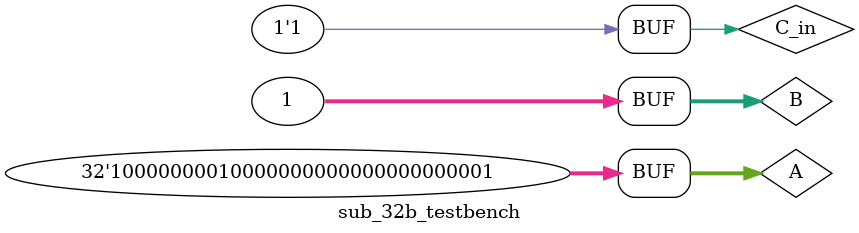
<source format=v>
`define DELAY 20
module sub_32b_testbench();

reg [31:0] A;
reg [31:0] B;
reg C_in;

wire [31:0] O;
wire C_out;
wire V;

sub_32b sub32tb (O, V,C_out, A, B, C_in);

initial begin

C_in = 1'b0;

A = 32'b00000000000000000000000000000010 ; B = 32'b00000000000000000000000000000001;
#`DELAY ;
A = 32'b00000000000000000000000000000001 ; B = 32'b00000000000000000000000000000010;
#`DELAY ;
A = 32'b00000000000000000000000000000001 ; B = 32'b00000000000000000000000000000000;
#`DELAY ;
A = 32'b00000000000000100000000000000001 ; B = 32'b00000000100000000000000000000001;
#`DELAY ;
A = 32'b10000000000000000000000000000001 ; B = 32'b10000000000000000000000000000010;
#`DELAY ;
A = 32'b10000010000000000000000000000000 ; B = 32'b10000000000000000000100000000001;
#`DELAY ;
A = 32'b00000000000100000000000000000001 ; B = 32'b00000000000000000000000000000000;
#`DELAY ;
A = 32'b10000000010000000000000000000001 ; B = 32'b00000000000000000000000000000001;
#`DELAY ;

C_in = 1'b1;

A = 32'b00000000000000000000000000000010 ; B = 32'b00000000000000000000000000000001;
#`DELAY ;
A = 32'b00000000000000000000000000000001 ; B = 32'b00000000000000000000000000000010;
#`DELAY ;
A = 32'b00000000000000000000000000000001 ; B = 32'b00000000000000000000000000000000;
#`DELAY ;
A = 32'b00000000000000100000000000000001 ; B = 32'b00000000100000000000000000000001;
#`DELAY ;
A = 32'b10000000000000000000000000000001 ; B = 32'b10000000000000000000000000000010;
#`DELAY ;
A = 32'b10000010000000000000000000000000 ; B = 32'b10000000000000000000100000000001;
#`DELAY ;
A = 32'b00000000000100000000000000000001 ; B = 32'b00000000000000000000000000000000;
#`DELAY ;
A = 32'b10000000010000000000000000000001 ; B = 32'b00000000000000000000000000000001;
#`DELAY ;

end

initial begin

$monitor("time = %2d,C_in = %1b, A = %32b, B = %32b, R = %32b, C_out = %1b, V = %1b ",$time,C_in, A, B, O, C_out, V);

end

endmodule 
</source>
